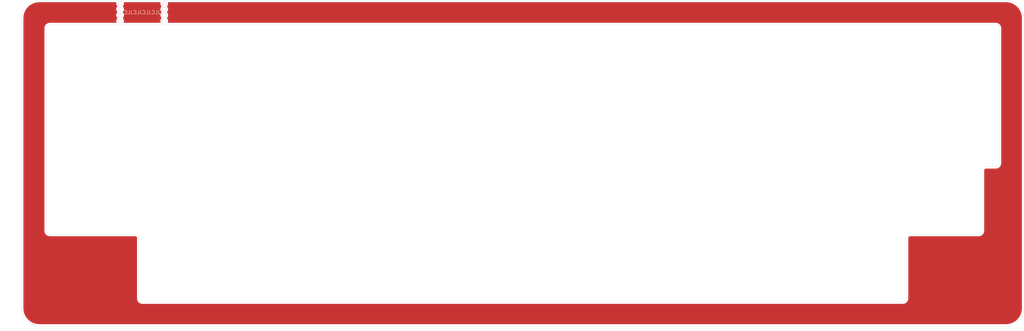
<source format=kicad_pcb>
(kicad_pcb (version 20171130) (host pcbnew "(5.1.4-0-10_14)")

  (general
    (thickness 1.6)
    (drawings 31)
    (tracks 0)
    (zones 0)
    (modules 8)
    (nets 1)
  )

  (page A4)
  (layers
    (0 F.Cu signal)
    (31 B.Cu signal)
    (32 B.Adhes user)
    (33 F.Adhes user)
    (34 B.Paste user)
    (35 F.Paste user)
    (36 B.SilkS user)
    (37 F.SilkS user)
    (38 B.Mask user)
    (39 F.Mask user)
    (40 Dwgs.User user)
    (41 Cmts.User user)
    (42 Eco1.User user)
    (43 Eco2.User user)
    (44 Edge.Cuts user)
    (45 Margin user)
    (46 B.CrtYd user)
    (47 F.CrtYd user)
    (48 B.Fab user)
    (49 F.Fab user)
  )

  (setup
    (last_trace_width 0.254)
    (trace_clearance 0.2)
    (zone_clearance 0.508)
    (zone_45_only no)
    (trace_min 0.2)
    (via_size 0.8)
    (via_drill 0.4)
    (via_min_size 0.4)
    (via_min_drill 0.3)
    (uvia_size 0.3)
    (uvia_drill 0.1)
    (uvias_allowed no)
    (uvia_min_size 0.2)
    (uvia_min_drill 0.1)
    (edge_width 0.05)
    (segment_width 0.2)
    (pcb_text_width 0.3)
    (pcb_text_size 1.5 1.5)
    (mod_edge_width 0.12)
    (mod_text_size 1 1)
    (mod_text_width 0.15)
    (pad_size 1.524 1.524)
    (pad_drill 0.762)
    (pad_to_mask_clearance 0.051)
    (solder_mask_min_width 0.25)
    (aux_axis_origin 12 12)
    (grid_origin 12 12)
    (visible_elements FFFFFF7F)
    (pcbplotparams
      (layerselection 0x010f0_ffffffff)
      (usegerberextensions true)
      (usegerberattributes false)
      (usegerberadvancedattributes false)
      (creategerberjobfile false)
      (excludeedgelayer true)
      (linewidth 0.100000)
      (plotframeref false)
      (viasonmask false)
      (mode 1)
      (useauxorigin false)
      (hpglpennumber 1)
      (hpglpenspeed 20)
      (hpglpendiameter 15.000000)
      (psnegative false)
      (psa4output false)
      (plotreference true)
      (plotvalue true)
      (plotinvisibletext false)
      (padsonsilk false)
      (subtractmaskfromsilk true)
      (outputformat 1)
      (mirror false)
      (drillshape 0)
      (scaleselection 1)
      (outputdirectory "gerbers-case/"))
  )

  (net 0 "")

  (net_class Default "これはデフォルトのネット クラスです。"
    (clearance 0.2)
    (trace_width 0.254)
    (via_dia 0.8)
    (via_drill 0.4)
    (uvia_dia 0.3)
    (uvia_drill 0.1)
  )

  (net_class 3v ""
    (clearance 0.2)
    (trace_width 0.3048)
    (via_dia 0.8)
    (via_drill 0.4)
    (uvia_dia 0.3)
    (uvia_drill 0.1)
  )

  (net_class Power ""
    (clearance 0.2)
    (trace_width 0.381)
    (via_dia 0.8)
    (via_drill 0.4)
    (uvia_dia 0.3)
    (uvia_drill 0.1)
  )

  (module random-keyboard-parts:jlcpcb-tooling-hole (layer B.Cu) (tedit 5EB82CDC) (tstamp 5EBFDF46)
    (at 52.246 14.54)
    (fp_text reference REF** (at 0 -1.905) (layer B.SilkS) hide
      (effects (font (size 1 1) (thickness 0.15)) (justify mirror))
    )
    (fp_text value jlcpcb-tooling-hole (at 0 1.905) (layer B.Fab) hide
      (effects (font (size 1 1) (thickness 0.15)) (justify mirror))
    )
    (pad "" np_thru_hole circle (at 0 0) (size 1.153 1.153) (drill 1.152) (layers *.Cu *.Mask)
      (solder_mask_margin 0.148) (solder_paste_margin 0.148))
  )

  (module random-keyboard-parts:jlcpcb-tooling-hole (layer B.Cu) (tedit 5EB82CDC) (tstamp 5EBFDF42)
    (at 52.246 12.889)
    (fp_text reference REF** (at 0 -1.8) (layer B.SilkS) hide
      (effects (font (size 1 1) (thickness 0.15)) (justify mirror))
    )
    (fp_text value jlcpcb-tooling-hole (at 0 1.905) (layer B.Fab) hide
      (effects (font (size 1 1) (thickness 0.15)) (justify mirror))
    )
    (pad "" np_thru_hole circle (at 0 0) (size 1.153 1.153) (drill 1.152) (layers *.Cu *.Mask)
      (solder_mask_margin 0.148) (solder_paste_margin 0.148))
  )

  (module random-keyboard-parts:jlcpcb-tooling-hole (layer B.Cu) (tedit 5EB82CDC) (tstamp 5EBFDF3E)
    (at 52.246 16.191)
    (fp_text reference REF** (at 0 -1.905) (layer B.SilkS) hide
      (effects (font (size 1 1) (thickness 0.15)) (justify mirror))
    )
    (fp_text value jlcpcb-tooling-hole (at 0 2.5) (layer B.Fab) hide
      (effects (font (size 1 1) (thickness 0.15)) (justify mirror))
    )
    (pad "" np_thru_hole circle (at 0 0) (size 1.153 1.153) (drill 1.152) (layers *.Cu *.Mask)
      (solder_mask_margin 0.148) (solder_paste_margin 0.148))
  )

  (module random-keyboard-parts:jlcpcb-tooling-hole (layer B.Cu) (tedit 5EB82CDC) (tstamp 5EBFDF3A)
    (at 52.246 17.842)
    (fp_text reference REF** (at 0 -1.905) (layer B.SilkS) hide
      (effects (font (size 1 1) (thickness 0.15)) (justify mirror))
    )
    (fp_text value jlcpcb-tooling-hole (at 0 1.905) (layer B.Fab) hide
      (effects (font (size 1 1) (thickness 0.15)) (justify mirror))
    )
    (pad "" np_thru_hole circle (at 0 0) (size 1.153 1.153) (drill 1.152) (layers *.Cu *.Mask)
      (solder_mask_margin 0.148) (solder_paste_margin 0.148))
  )

  (module random-keyboard-parts:jlcpcb-tooling-hole (layer B.Cu) (tedit 5EB82CDC) (tstamp 5EBFDEBB)
    (at 39.8 17.842)
    (fp_text reference REF** (at 0 -1.905) (layer B.SilkS) hide
      (effects (font (size 1 1) (thickness 0.15)) (justify mirror))
    )
    (fp_text value jlcpcb-tooling-hole (at 0 1.905) (layer B.Fab) hide
      (effects (font (size 1 1) (thickness 0.15)) (justify mirror))
    )
    (pad "" np_thru_hole circle (at 0 0) (size 1.153 1.153) (drill 1.152) (layers *.Cu *.Mask)
      (solder_mask_margin 0.148) (solder_paste_margin 0.148))
  )

  (module random-keyboard-parts:jlcpcb-tooling-hole (layer B.Cu) (tedit 5EB82CDC) (tstamp 5EBFDEB3)
    (at 39.8 16.191)
    (fp_text reference REF** (at 0 -1.905) (layer B.SilkS) hide
      (effects (font (size 1 1) (thickness 0.15)) (justify mirror))
    )
    (fp_text value jlcpcb-tooling-hole (at 0 2.5) (layer B.Fab) hide
      (effects (font (size 1 1) (thickness 0.15)) (justify mirror))
    )
    (pad "" np_thru_hole circle (at 0 0) (size 1.153 1.153) (drill 1.152) (layers *.Cu *.Mask)
      (solder_mask_margin 0.148) (solder_paste_margin 0.148))
  )

  (module random-keyboard-parts:jlcpcb-tooling-hole (layer B.Cu) (tedit 5EB82CDC) (tstamp 5EBFDECD)
    (at 39.8 14.54)
    (fp_text reference REF** (at 0 -1.905) (layer B.SilkS) hide
      (effects (font (size 1 1) (thickness 0.15)) (justify mirror))
    )
    (fp_text value jlcpcb-tooling-hole (at 0 1.905) (layer B.Fab) hide
      (effects (font (size 1 1) (thickness 0.15)) (justify mirror))
    )
    (pad "" np_thru_hole circle (at 0 0) (size 1.153 1.153) (drill 1.152) (layers *.Cu *.Mask)
      (solder_mask_margin 0.148) (solder_paste_margin 0.148))
  )

  (module random-keyboard-parts:jlcpcb-tooling-hole (layer B.Cu) (tedit 5EB82CDC) (tstamp 5EBFDEA7)
    (at 39.8 12.889)
    (fp_text reference REF** (at 0 -1.8) (layer B.SilkS) hide
      (effects (font (size 1 1) (thickness 0.15)) (justify mirror))
    )
    (fp_text value jlcpcb-tooling-hole (at 0 1.905) (layer B.Fab) hide
      (effects (font (size 1 1) (thickness 0.15)) (justify mirror))
    )
    (pad "" np_thru_hole circle (at 0 0) (size 1.153 1.153) (drill 1.152) (layers *.Cu *.Mask)
      (solder_mask_margin 0.148) (solder_paste_margin 0.148))
  )

  (gr_line (start 20 18.9) (end 286.7 18.9) (layer Edge.Cuts) (width 0.05) (tstamp 5EBF870A))
  (gr_arc (start 20 19.9) (end 20 18.9) (angle -90) (layer Edge.Cuts) (width 0.05))
  (gr_arc (start 286.7 19.9) (end 287.7 19.9) (angle -90) (layer Edge.Cuts) (width 0.05))
  (gr_line (start 287.7 58) (end 287.7 19.9) (layer Edge.Cuts) (width 0.05))
  (gr_arc (start 286.7 58) (end 286.7 59) (angle -90) (layer Edge.Cuts) (width 0.05))
  (gr_line (start 283.9 59) (end 286.7 59) (layer Edge.Cuts) (width 0.05))
  (gr_arc (start 283.9 60) (end 283.9 59) (angle -90) (layer Edge.Cuts) (width 0.05))
  (gr_arc (start 281.9 77.1) (end 281.9 78.1) (angle -90) (layer Edge.Cuts) (width 0.05))
  (gr_line (start 282.9 77.1) (end 282.9 60) (layer Edge.Cuts) (width 0.05))
  (gr_arc (start 262.5 79.1) (end 262.5 78.1) (angle -90) (layer Edge.Cuts) (width 0.05))
  (gr_line (start 262.5 78.1) (end 281.9 78.1) (layer Edge.Cuts) (width 0.05))
  (gr_line (start 261.5 96.2) (end 261.5 79.1) (layer Edge.Cuts) (width 0.05))
  (gr_arc (start 260.5 96.2) (end 260.5 97.2) (angle -90) (layer Edge.Cuts) (width 0.05))
  (gr_line (start 46.1 97.2) (end 260.5 97.2) (layer Edge.Cuts) (width 0.05))
  (gr_arc (start 46.1 96.2) (end 45.1 96.2) (angle -90) (layer Edge.Cuts) (width 0.05))
  (gr_arc (start 44.1 79.1) (end 45.1 79.1) (angle -90) (layer Edge.Cuts) (width 0.05))
  (gr_line (start 45.1 79.1) (end 45.1 96.2) (layer Edge.Cuts) (width 0.05))
  (gr_line (start 20 78.1) (end 44.1 78.1) (layer Edge.Cuts) (width 0.05))
  (gr_arc (start 20 77.1) (end 19 77.1) (angle -90) (layer Edge.Cuts) (width 0.05))
  (gr_line (start 19 19.9) (end 19 77.1) (layer Edge.Cuts) (width 0.05))
  (gr_text JLCJLCJLCJLC (at 46.036 15.429) (layer B.SilkS)
    (effects (font (size 1 1) (thickness 0.15)) (justify mirror))
  )
  (gr_arc (start 289.6 17) (end 294.6 17) (angle -90) (layer Edge.Cuts) (width 0.05))
  (gr_arc (start 289.6 99) (end 289.6 104) (angle -90) (layer Edge.Cuts) (width 0.05))
  (gr_arc (start 17 99) (end 12 99) (angle -90) (layer Edge.Cuts) (width 0.05))
  (gr_arc (start 17 17) (end 17 12.0015) (angle -90) (layer Edge.Cuts) (width 0.05))
  (gr_line (start 17 104) (end 289.6 104) (layer Edge.Cuts) (width 0.05))
  (dimension 92 (width 0.15) (layer Cmts.User)
    (gr_text "92.000 mm" (at 9.6 58 270) (layer Cmts.User)
      (effects (font (size 1 1) (thickness 0.15)))
    )
    (feature1 (pts (xy 20 104) (xy 10.313579 104)))
    (feature2 (pts (xy 20 12) (xy 10.313579 12)))
    (crossbar (pts (xy 10.9 12) (xy 10.9 104)))
    (arrow1a (pts (xy 10.9 104) (xy 10.313579 102.873496)))
    (arrow1b (pts (xy 10.9 104) (xy 11.486421 102.873496)))
    (arrow2a (pts (xy 10.9 12) (xy 10.313579 13.126504)))
    (arrow2b (pts (xy 10.9 12) (xy 11.486421 13.126504)))
  )
  (gr_line (start 294.6 99) (end 294.6 17) (layer Edge.Cuts) (width 0.05))
  (dimension 282.6 (width 0.15) (layer Cmts.User)
    (gr_text "282.600 mm" (at 153.3 106.1) (layer Cmts.User)
      (effects (font (size 1 1) (thickness 0.15)))
    )
    (feature1 (pts (xy 294.6 96.008276) (xy 294.6 105.386421)))
    (feature2 (pts (xy 12 96.008276) (xy 12 105.386421)))
    (crossbar (pts (xy 12 104.8) (xy 294.6 104.8)))
    (arrow1a (pts (xy 294.6 104.8) (xy 293.473496 105.386421)))
    (arrow1b (pts (xy 294.6 104.8) (xy 293.473496 104.213579)))
    (arrow2a (pts (xy 12 104.8) (xy 13.126504 105.386421)))
    (arrow2b (pts (xy 12 104.8) (xy 13.126504 104.213579)))
  )
  (gr_line (start 12 17) (end 12 99) (layer Edge.Cuts) (width 0.05))
  (gr_line (start 17 12.0015) (end 289.6 12) (layer Edge.Cuts) (width 0.05))

  (zone (net 0) (net_name "") (layer F.Cu) (tstamp 0) (hatch edge 0.508)
    (connect_pads (clearance 0.508))
    (min_thickness 0.254)
    (fill yes (arc_segments 32) (thermal_gap 0.508) (thermal_bridge_width 0.508))
    (polygon
      (pts
        (xy 12 12) (xy 12 104) (xy 294.6 104) (xy 294.6 12)
      )
    )
    (filled_polygon
      (pts
        (xy 290.368083 12.731173) (xy 291.111891 12.934656) (xy 291.807905 13.266638) (xy 292.43413 13.716626) (xy 292.970777 14.270403)
        (xy 293.400871 14.910451) (xy 293.710829 15.616553) (xy 293.892065 16.371457) (xy 293.940001 17.02422) (xy 293.94 98.970608)
        (xy 293.868827 99.768083) (xy 293.665344 100.51189) (xy 293.333363 101.207904) (xy 292.883374 101.83413) (xy 292.329597 102.370777)
        (xy 291.689549 102.800871) (xy 290.983447 103.110829) (xy 290.228543 103.292065) (xy 289.575793 103.34) (xy 17.029392 103.34)
        (xy 16.231917 103.268827) (xy 15.48811 103.065344) (xy 14.792096 102.733363) (xy 14.16587 102.283374) (xy 13.629223 101.729597)
        (xy 13.199129 101.089549) (xy 12.889171 100.383447) (xy 12.707935 99.628543) (xy 12.66 98.975793) (xy 12.66 17.046199)
        (xy 12.732649 16.232184) (xy 12.936062 15.488631) (xy 13.267928 14.792859) (xy 13.717763 14.166847) (xy 14.271345 13.630391)
        (xy 14.911177 13.200441) (xy 15.617035 12.890593) (xy 16.371676 12.709419) (xy 17.024211 12.6615) (xy 38.610041 12.661381)
        (xy 38.5885 12.769678) (xy 38.5885 13.008322) (xy 38.635057 13.242382) (xy 38.726383 13.46286) (xy 38.858966 13.661286)
        (xy 38.91218 13.7145) (xy 38.858966 13.767714) (xy 38.726383 13.96614) (xy 38.635057 14.186618) (xy 38.5885 14.420678)
        (xy 38.5885 14.659322) (xy 38.635057 14.893382) (xy 38.726383 15.11386) (xy 38.858966 15.312286) (xy 38.91218 15.3655)
        (xy 38.858966 15.418714) (xy 38.726383 15.61714) (xy 38.635057 15.837618) (xy 38.5885 16.071678) (xy 38.5885 16.310322)
        (xy 38.635057 16.544382) (xy 38.726383 16.76486) (xy 38.858966 16.963286) (xy 38.91218 17.0165) (xy 38.858966 17.069714)
        (xy 38.726383 17.26814) (xy 38.635057 17.488618) (xy 38.5885 17.722678) (xy 38.5885 17.961322) (xy 38.635057 18.195382)
        (xy 38.653539 18.24) (xy 19.967581 18.24) (xy 19.939326 18.242783) (xy 19.933199 18.24274) (xy 19.924028 18.24364)
        (xy 19.729931 18.264041) (xy 19.671348 18.276066) (xy 19.612577 18.287277) (xy 19.603755 18.289941) (xy 19.417317 18.347653)
        (xy 19.362162 18.370838) (xy 19.306709 18.393242) (xy 19.298573 18.397568) (xy 19.126896 18.490393) (xy 19.077278 18.523861)
        (xy 19.027247 18.5566) (xy 19.020106 18.562424) (xy 18.869728 18.686828) (xy 18.827589 18.729263) (xy 18.784839 18.771126)
        (xy 18.778966 18.778227) (xy 18.655616 18.929469) (xy 18.622534 18.979262) (xy 18.588716 19.028651) (xy 18.584333 19.036757)
        (xy 18.492708 19.209079) (xy 18.469909 19.264394) (xy 18.446348 19.319366) (xy 18.443623 19.328169) (xy 18.387214 19.515005)
        (xy 18.375594 19.573693) (xy 18.363158 19.632196) (xy 18.362195 19.641361) (xy 18.34315 19.835595) (xy 18.34 19.867582)
        (xy 18.340001 77.132419) (xy 18.342783 77.160664) (xy 18.34274 77.166801) (xy 18.34364 77.175972) (xy 18.364041 77.370069)
        (xy 18.376068 77.428658) (xy 18.387277 77.487423) (xy 18.389941 77.496245) (xy 18.447653 77.682683) (xy 18.470838 77.737838)
        (xy 18.493242 77.793291) (xy 18.497568 77.801427) (xy 18.590393 77.973104) (xy 18.623846 78.022699) (xy 18.6566 78.072753)
        (xy 18.662424 78.079894) (xy 18.786828 78.230272) (xy 18.829263 78.272411) (xy 18.871126 78.315161) (xy 18.878227 78.321034)
        (xy 19.029469 78.444384) (xy 19.079277 78.477477) (xy 19.128651 78.511284) (xy 19.136757 78.515667) (xy 19.30908 78.607292)
        (xy 19.364392 78.63009) (xy 19.419366 78.653652) (xy 19.428169 78.656377) (xy 19.615006 78.712786) (xy 19.673686 78.724405)
        (xy 19.732196 78.736842) (xy 19.741361 78.737805) (xy 19.935594 78.75685) (xy 19.935598 78.75685) (xy 19.967581 78.76)
        (xy 44.067721 78.76) (xy 44.165424 78.76958) (xy 44.228356 78.78858) (xy 44.286405 78.819445) (xy 44.337343 78.860989)
        (xy 44.379248 78.911644) (xy 44.410515 78.969471) (xy 44.429956 79.032272) (xy 44.44 79.127835) (xy 44.440001 96.232419)
        (xy 44.442783 96.260664) (xy 44.44274 96.266801) (xy 44.44364 96.275972) (xy 44.464041 96.470069) (xy 44.476068 96.528658)
        (xy 44.487277 96.587423) (xy 44.489941 96.596245) (xy 44.547653 96.782683) (xy 44.570838 96.837838) (xy 44.593242 96.893291)
        (xy 44.597568 96.901427) (xy 44.690393 97.073104) (xy 44.723846 97.122699) (xy 44.7566 97.172753) (xy 44.762424 97.179894)
        (xy 44.886828 97.330272) (xy 44.929263 97.372411) (xy 44.971126 97.415161) (xy 44.978227 97.421034) (xy 45.129469 97.544384)
        (xy 45.179277 97.577477) (xy 45.228651 97.611284) (xy 45.236757 97.615667) (xy 45.40908 97.707292) (xy 45.464392 97.73009)
        (xy 45.519366 97.753652) (xy 45.528169 97.756377) (xy 45.715006 97.812786) (xy 45.773686 97.824405) (xy 45.832196 97.836842)
        (xy 45.841361 97.837805) (xy 46.035594 97.85685) (xy 46.035598 97.85685) (xy 46.067581 97.86) (xy 260.532419 97.86)
        (xy 260.560674 97.857217) (xy 260.566801 97.85726) (xy 260.575972 97.85636) (xy 260.770069 97.835959) (xy 260.828658 97.823932)
        (xy 260.887423 97.812723) (xy 260.896245 97.810059) (xy 261.082683 97.752347) (xy 261.137838 97.729162) (xy 261.193291 97.706758)
        (xy 261.201427 97.702432) (xy 261.373104 97.609607) (xy 261.422699 97.576154) (xy 261.472753 97.5434) (xy 261.479894 97.537576)
        (xy 261.630272 97.413172) (xy 261.672411 97.370737) (xy 261.715161 97.328874) (xy 261.721034 97.321773) (xy 261.844384 97.170531)
        (xy 261.877477 97.120723) (xy 261.911284 97.071349) (xy 261.915667 97.063243) (xy 262.007292 96.89092) (xy 262.03009 96.835608)
        (xy 262.053652 96.780634) (xy 262.056377 96.771831) (xy 262.112786 96.584994) (xy 262.124405 96.526314) (xy 262.136842 96.467804)
        (xy 262.137805 96.458639) (xy 262.15685 96.264406) (xy 262.15685 96.264402) (xy 262.16 96.232419) (xy 262.16 79.132279)
        (xy 262.16958 79.034576) (xy 262.18858 78.971644) (xy 262.219445 78.913595) (xy 262.260989 78.862657) (xy 262.311644 78.820752)
        (xy 262.369471 78.789485) (xy 262.432272 78.770044) (xy 262.527835 78.76) (xy 281.932419 78.76) (xy 281.960674 78.757217)
        (xy 281.966801 78.75726) (xy 281.975972 78.75636) (xy 282.170069 78.735959) (xy 282.228658 78.723932) (xy 282.287423 78.712723)
        (xy 282.296245 78.710059) (xy 282.482683 78.652347) (xy 282.537838 78.629162) (xy 282.593291 78.606758) (xy 282.601427 78.602432)
        (xy 282.773104 78.509607) (xy 282.822699 78.476154) (xy 282.872753 78.4434) (xy 282.879894 78.437576) (xy 283.030272 78.313172)
        (xy 283.072411 78.270737) (xy 283.115161 78.228874) (xy 283.121034 78.221773) (xy 283.244384 78.070531) (xy 283.277477 78.020723)
        (xy 283.311284 77.971349) (xy 283.315667 77.963243) (xy 283.407292 77.79092) (xy 283.43009 77.735608) (xy 283.453652 77.680634)
        (xy 283.456377 77.671831) (xy 283.512786 77.484994) (xy 283.524405 77.426314) (xy 283.536842 77.367804) (xy 283.537805 77.358639)
        (xy 283.55685 77.164406) (xy 283.55685 77.164402) (xy 283.56 77.132419) (xy 283.56 60.032279) (xy 283.56958 59.934576)
        (xy 283.58858 59.871644) (xy 283.619445 59.813595) (xy 283.660989 59.762657) (xy 283.711644 59.720752) (xy 283.769471 59.689485)
        (xy 283.832272 59.670044) (xy 283.927835 59.66) (xy 286.732419 59.66) (xy 286.760674 59.657217) (xy 286.766801 59.65726)
        (xy 286.775972 59.65636) (xy 286.970069 59.635959) (xy 287.028658 59.623932) (xy 287.087423 59.612723) (xy 287.096245 59.610059)
        (xy 287.282683 59.552347) (xy 287.337838 59.529162) (xy 287.393291 59.506758) (xy 287.401427 59.502432) (xy 287.573104 59.409607)
        (xy 287.622699 59.376154) (xy 287.672753 59.3434) (xy 287.679894 59.337576) (xy 287.830272 59.213172) (xy 287.872411 59.170737)
        (xy 287.915161 59.128874) (xy 287.921034 59.121773) (xy 288.044384 58.970531) (xy 288.077477 58.920723) (xy 288.111284 58.871349)
        (xy 288.115667 58.863243) (xy 288.207292 58.69092) (xy 288.23009 58.635608) (xy 288.253652 58.580634) (xy 288.256377 58.571831)
        (xy 288.312786 58.384994) (xy 288.324405 58.326314) (xy 288.336842 58.267804) (xy 288.337805 58.258639) (xy 288.35685 58.064406)
        (xy 288.35685 58.064402) (xy 288.36 58.032419) (xy 288.36 19.867581) (xy 288.357217 19.839326) (xy 288.35726 19.833199)
        (xy 288.35636 19.824028) (xy 288.335959 19.629931) (xy 288.323934 19.571348) (xy 288.312723 19.512577) (xy 288.310059 19.503755)
        (xy 288.252347 19.317317) (xy 288.229162 19.262162) (xy 288.206758 19.206709) (xy 288.202432 19.198573) (xy 288.109607 19.026896)
        (xy 288.076139 18.977278) (xy 288.0434 18.927247) (xy 288.037576 18.920106) (xy 287.913172 18.769728) (xy 287.870737 18.727589)
        (xy 287.828874 18.684839) (xy 287.821773 18.678966) (xy 287.670531 18.555616) (xy 287.620738 18.522534) (xy 287.571349 18.488716)
        (xy 287.563243 18.484333) (xy 287.390921 18.392708) (xy 287.335606 18.369909) (xy 287.280634 18.346348) (xy 287.271831 18.343623)
        (xy 287.084995 18.287214) (xy 287.026307 18.275594) (xy 286.967804 18.263158) (xy 286.958639 18.262195) (xy 286.764405 18.24315)
        (xy 286.764402 18.24315) (xy 286.732419 18.24) (xy 53.392461 18.24) (xy 53.410943 18.195382) (xy 53.4575 17.961322)
        (xy 53.4575 17.722678) (xy 53.410943 17.488618) (xy 53.319617 17.26814) (xy 53.187034 17.069714) (xy 53.13382 17.0165)
        (xy 53.187034 16.963286) (xy 53.319617 16.76486) (xy 53.410943 16.544382) (xy 53.4575 16.310322) (xy 53.4575 16.071678)
        (xy 53.410943 15.837618) (xy 53.319617 15.61714) (xy 53.187034 15.418714) (xy 53.13382 15.3655) (xy 53.187034 15.312286)
        (xy 53.319617 15.11386) (xy 53.410943 14.893382) (xy 53.4575 14.659322) (xy 53.4575 14.420678) (xy 53.410943 14.186618)
        (xy 53.319617 13.96614) (xy 53.187034 13.767714) (xy 53.13382 13.7145) (xy 53.187034 13.661286) (xy 53.319617 13.46286)
        (xy 53.410943 13.242382) (xy 53.4575 13.008322) (xy 53.4575 12.769678) (xy 53.435942 12.661299) (xy 289.570601 12.659999)
      )
    )
    (filled_polygon
      (pts
        (xy 51.0345 12.769678) (xy 51.0345 13.008322) (xy 51.081057 13.242382) (xy 51.172383 13.46286) (xy 51.304966 13.661286)
        (xy 51.35818 13.7145) (xy 51.304966 13.767714) (xy 51.172383 13.96614) (xy 51.081057 14.186618) (xy 51.0345 14.420678)
        (xy 51.0345 14.659322) (xy 51.081057 14.893382) (xy 51.172383 15.11386) (xy 51.304966 15.312286) (xy 51.35818 15.3655)
        (xy 51.304966 15.418714) (xy 51.172383 15.61714) (xy 51.081057 15.837618) (xy 51.0345 16.071678) (xy 51.0345 16.310322)
        (xy 51.081057 16.544382) (xy 51.172383 16.76486) (xy 51.304966 16.963286) (xy 51.35818 17.0165) (xy 51.304966 17.069714)
        (xy 51.172383 17.26814) (xy 51.081057 17.488618) (xy 51.0345 17.722678) (xy 51.0345 17.961322) (xy 51.081057 18.195382)
        (xy 51.099539 18.24) (xy 40.946461 18.24) (xy 40.964943 18.195382) (xy 41.0115 17.961322) (xy 41.0115 17.722678)
        (xy 40.964943 17.488618) (xy 40.873617 17.26814) (xy 40.741034 17.069714) (xy 40.68782 17.0165) (xy 40.741034 16.963286)
        (xy 40.873617 16.76486) (xy 40.964943 16.544382) (xy 41.0115 16.310322) (xy 41.0115 16.071678) (xy 40.964943 15.837618)
        (xy 40.873617 15.61714) (xy 40.741034 15.418714) (xy 40.68782 15.3655) (xy 40.741034 15.312286) (xy 40.873617 15.11386)
        (xy 40.964943 14.893382) (xy 41.0115 14.659322) (xy 41.0115 14.420678) (xy 40.964943 14.186618) (xy 40.873617 13.96614)
        (xy 40.741034 13.767714) (xy 40.68782 13.7145) (xy 40.741034 13.661286) (xy 40.873617 13.46286) (xy 40.964943 13.242382)
        (xy 41.0115 13.008322) (xy 41.0115 12.769678) (xy 40.989956 12.661368) (xy 51.056055 12.661312)
      )
    )
  )
)

</source>
